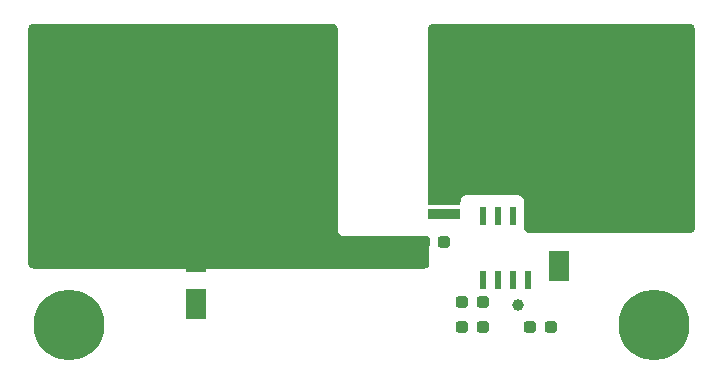
<source format=gts>
%TF.GenerationSoftware,KiCad,Pcbnew,8.0.4*%
%TF.CreationDate,2024-08-05T19:41:17-07:00*%
%TF.ProjectId,20220727_Projects_Ideal_Diode_02,32303232-3037-4323-975f-50726f6a6563,rev?*%
%TF.SameCoordinates,PX9634260PY6ea0500*%
%TF.FileFunction,Soldermask,Top*%
%TF.FilePolarity,Negative*%
%FSLAX46Y46*%
G04 Gerber Fmt 4.6, Leading zero omitted, Abs format (unit mm)*
G04 Created by KiCad (PCBNEW 8.0.4) date 2024-08-05 19:41:17*
%MOMM*%
%LPD*%
G01*
G04 APERTURE LIST*
G04 Aperture macros list*
%AMRoundRect*
0 Rectangle with rounded corners*
0 $1 Rounding radius*
0 $2 $3 $4 $5 $6 $7 $8 $9 X,Y pos of 4 corners*
0 Add a 4 corners polygon primitive as box body*
4,1,4,$2,$3,$4,$5,$6,$7,$8,$9,$2,$3,0*
0 Add four circle primitives for the rounded corners*
1,1,$1+$1,$2,$3*
1,1,$1+$1,$4,$5*
1,1,$1+$1,$6,$7*
1,1,$1+$1,$8,$9*
0 Add four rect primitives between the rounded corners*
20,1,$1+$1,$2,$3,$4,$5,0*
20,1,$1+$1,$4,$5,$6,$7,0*
20,1,$1+$1,$6,$7,$8,$9,0*
20,1,$1+$1,$8,$9,$2,$3,0*%
G04 Aperture macros list end*
%ADD10C,6.000000*%
%ADD11RoundRect,0.237500X-0.287500X-0.237500X0.287500X-0.237500X0.287500X0.237500X-0.287500X0.237500X0*%
%ADD12C,3.000000*%
%ADD13C,12.000000*%
%ADD14RoundRect,0.237500X0.287500X0.237500X-0.287500X0.237500X-0.287500X-0.237500X0.287500X-0.237500X0*%
%ADD15C,1.000000*%
%ADD16R,2.794000X0.812800*%
%ADD17R,8.102600X10.210800*%
%ADD18R,0.600000X1.550000*%
%ADD19R,1.800000X2.500000*%
G04 APERTURE END LIST*
D10*
%TO.C,P103*%
X53000000Y3500000D03*
%TD*%
D11*
%TO.C,R103*%
X36775000Y3350000D03*
X38525000Y3350000D03*
%TD*%
D12*
%TO.C,P104*%
X45600000Y22500000D03*
X46800000Y25500000D03*
X46800000Y19500000D03*
X50000000Y26900000D03*
D13*
X50000000Y22500000D03*
D12*
X50000000Y18100000D03*
X53000000Y25700000D03*
X53200000Y19500000D03*
X54400000Y22500000D03*
%TD*%
D14*
%TO.C,R101*%
X35275000Y10500000D03*
X33525000Y10500000D03*
%TD*%
D15*
%TO.C,TP101*%
X41500000Y5150000D03*
%TD*%
D11*
%TO.C,R102*%
X36750000Y5450000D03*
X38500000Y5450000D03*
%TD*%
%TO.C,C101*%
X42525000Y3350000D03*
X44275000Y3350000D03*
%TD*%
D10*
%TO.C,P101*%
X3500000Y3500000D03*
%TD*%
D16*
%TO.C,Q101*%
X35240000Y12850001D03*
X35240000Y14050001D03*
X35240000Y15250001D03*
X35240000Y16450001D03*
X35240000Y17650001D03*
X35240000Y18849999D03*
X35240000Y20049999D03*
X35240000Y21249999D03*
D17*
X22200000Y17050000D03*
%TD*%
D12*
%TO.C,P102*%
X2100000Y22500000D03*
X3300000Y25500000D03*
X3300000Y19500000D03*
X6500000Y26900000D03*
D13*
X6500000Y22500000D03*
D12*
X6500000Y18100000D03*
X9500000Y25700000D03*
X9700000Y19500000D03*
X10900000Y22500000D03*
%TD*%
D18*
%TO.C,U101*%
X38495000Y7300000D03*
X39765000Y7300000D03*
X41035000Y7300000D03*
X42305000Y7300000D03*
X42305000Y12700000D03*
X41035000Y12700000D03*
X39765000Y12700000D03*
X38495000Y12700000D03*
%TD*%
D19*
%TO.C,D102*%
X14250000Y5250000D03*
X14250000Y9250000D03*
%TD*%
%TO.C,D101*%
X45000000Y8500000D03*
X45000000Y12500000D03*
%TD*%
G36*
X25758187Y28998922D02*
G01*
X25862961Y28985129D01*
X25894734Y28976616D01*
X25984673Y28939362D01*
X26013160Y28922915D01*
X26090393Y28863651D01*
X26113650Y28840394D01*
X26172914Y28763161D01*
X26189361Y28734674D01*
X26226615Y28644735D01*
X26235128Y28612964D01*
X26248922Y28508190D01*
X26250000Y28491743D01*
X26250000Y11499998D01*
X26267036Y11370592D01*
X26316988Y11249998D01*
X26396447Y11146448D01*
X26499997Y11066989D01*
X26620591Y11017037D01*
X26749997Y11000001D01*
X26750007Y11000000D01*
X33491742Y11000000D01*
X33508187Y10998922D01*
X33612961Y10985129D01*
X33644734Y10976616D01*
X33734673Y10939362D01*
X33763160Y10922915D01*
X33840393Y10863651D01*
X33863650Y10840394D01*
X33922914Y10763161D01*
X33939361Y10734674D01*
X33976615Y10644735D01*
X33985128Y10612964D01*
X33998922Y10508190D01*
X34000000Y10491743D01*
X34000000Y8758258D01*
X33998922Y8741811D01*
X33985128Y8637037D01*
X33976615Y8605266D01*
X33939361Y8515327D01*
X33922914Y8486840D01*
X33863650Y8409607D01*
X33840393Y8386350D01*
X33763160Y8327086D01*
X33734673Y8310639D01*
X33644734Y8273385D01*
X33612963Y8264872D01*
X33508189Y8251078D01*
X33491742Y8250000D01*
X508258Y8250000D01*
X491812Y8251078D01*
X387037Y8264872D01*
X355265Y8273385D01*
X265326Y8310639D01*
X236839Y8327086D01*
X159606Y8386350D01*
X136349Y8409607D01*
X77085Y8486840D01*
X60638Y8515327D01*
X23384Y8605266D01*
X14871Y8637039D01*
X1078Y8741813D01*
X0Y8758258D01*
X0Y28491743D01*
X1078Y28508188D01*
X14871Y28612962D01*
X23384Y28644735D01*
X60638Y28734674D01*
X77085Y28763161D01*
X136349Y28840394D01*
X159606Y28863651D01*
X236839Y28922915D01*
X265326Y28939362D01*
X355265Y28976616D01*
X387038Y28985129D01*
X491813Y28998922D01*
X508258Y29000000D01*
X25741742Y29000000D01*
X25758187Y28998922D01*
G37*
G36*
X56008187Y28998922D02*
G01*
X56112961Y28985129D01*
X56144734Y28976616D01*
X56234673Y28939362D01*
X56263160Y28922915D01*
X56340393Y28863651D01*
X56363650Y28840394D01*
X56422914Y28763161D01*
X56439361Y28734674D01*
X56476615Y28644735D01*
X56485128Y28612964D01*
X56498922Y28508190D01*
X56500000Y28491743D01*
X56500000Y11758258D01*
X56498922Y11741811D01*
X56485128Y11637037D01*
X56476615Y11605266D01*
X56439361Y11515327D01*
X56422914Y11486840D01*
X56363650Y11409607D01*
X56340393Y11386350D01*
X56263160Y11327086D01*
X56234673Y11310639D01*
X56144734Y11273385D01*
X56112963Y11264872D01*
X56008189Y11251078D01*
X55991742Y11250000D01*
X42508258Y11250000D01*
X42491812Y11251078D01*
X42387037Y11264872D01*
X42355265Y11273385D01*
X42265326Y11310639D01*
X42236839Y11327086D01*
X42159606Y11386350D01*
X42136349Y11409607D01*
X42077085Y11486840D01*
X42060638Y11515327D01*
X42023384Y11605266D01*
X42014871Y11637039D01*
X42001078Y11741813D01*
X42000000Y11758258D01*
X42000000Y13949993D01*
X41999999Y13950003D01*
X41982963Y14079409D01*
X41933011Y14200003D01*
X41853552Y14303553D01*
X41750002Y14383012D01*
X41629408Y14432964D01*
X41500002Y14450000D01*
X37050002Y14450000D01*
X36926394Y14430424D01*
X36814885Y14373608D01*
X36726392Y14285115D01*
X36669576Y14173606D01*
X36650000Y14050000D01*
X36650000Y14049998D01*
X36633544Y13946103D01*
X36621362Y13908612D01*
X36582665Y13832665D01*
X36559493Y13800773D01*
X36499227Y13740507D01*
X36467335Y13717335D01*
X36391388Y13678638D01*
X36353897Y13666456D01*
X36259795Y13651551D01*
X36240083Y13650000D01*
X34358258Y13650000D01*
X34341812Y13651078D01*
X34237037Y13664872D01*
X34205265Y13673385D01*
X34115326Y13710639D01*
X34086839Y13727086D01*
X34009606Y13786350D01*
X33986349Y13809607D01*
X33927085Y13886840D01*
X33910638Y13915327D01*
X33873384Y14005266D01*
X33864871Y14037039D01*
X33851078Y14141813D01*
X33850000Y14158258D01*
X33850000Y28491743D01*
X33851078Y28508188D01*
X33864871Y28612962D01*
X33873384Y28644735D01*
X33910638Y28734674D01*
X33927085Y28763161D01*
X33986349Y28840394D01*
X34009606Y28863651D01*
X34086839Y28922915D01*
X34115326Y28939362D01*
X34205265Y28976616D01*
X34237038Y28985129D01*
X34341813Y28998922D01*
X34358258Y29000000D01*
X55991742Y29000000D01*
X56008187Y28998922D01*
G37*
M02*

</source>
